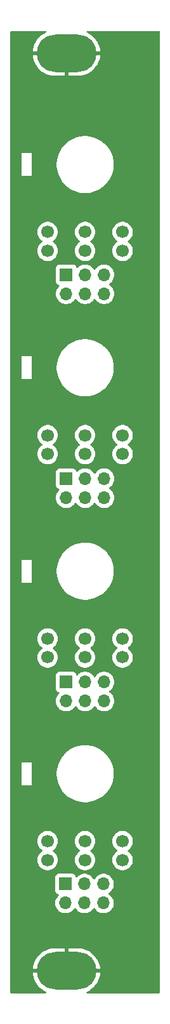
<source format=gbr>
G04 #@! TF.GenerationSoftware,KiCad,Pcbnew,8.0.8*
G04 #@! TF.CreationDate,2025-08-03T15:09:01-07:00*
G04 #@! TF.ProjectId,sidecar,73696465-6361-4722-9e6b-696361645f70,0.1*
G04 #@! TF.SameCoordinates,Original*
G04 #@! TF.FileFunction,Copper,L1,Top*
G04 #@! TF.FilePolarity,Positive*
%FSLAX46Y46*%
G04 Gerber Fmt 4.6, Leading zero omitted, Abs format (unit mm)*
G04 Created by KiCad (PCBNEW 8.0.8) date 2025-08-03 15:09:01*
%MOMM*%
%LPD*%
G01*
G04 APERTURE LIST*
G04 #@! TA.AperFunction,ComponentPad*
%ADD10O,8.000000X5.000000*%
G04 #@! TD*
G04 #@! TA.AperFunction,ComponentPad*
%ADD11C,1.700000*%
G04 #@! TD*
G04 #@! TA.AperFunction,ComponentPad*
%ADD12R,1.700000X1.700000*%
G04 #@! TD*
G04 #@! TA.AperFunction,ComponentPad*
%ADD13O,1.700000X1.700000*%
G04 #@! TD*
G04 APERTURE END LIST*
D10*
X47500000Y-33750000D03*
X47500000Y-156150000D03*
D11*
X45000000Y-60100000D03*
X50000000Y-60100000D03*
X55000000Y-60100000D03*
X45000000Y-57600000D03*
X50000000Y-57600000D03*
X55000000Y-57600000D03*
D12*
X47460000Y-117610000D03*
D13*
X47460000Y-120150000D03*
X50000000Y-117610000D03*
X50000000Y-120150000D03*
X52540000Y-117610000D03*
X52540000Y-120150000D03*
D12*
X47380000Y-144550000D03*
D13*
X47380000Y-147090000D03*
X49920000Y-144550000D03*
X49920000Y-147090000D03*
X52460000Y-144550000D03*
X52460000Y-147090000D03*
D11*
X45000000Y-87200000D03*
X50000000Y-87200000D03*
X55000000Y-87200000D03*
X45000000Y-84700000D03*
X50000000Y-84700000D03*
X55000000Y-84700000D03*
D12*
X47460000Y-90490000D03*
D13*
X47460000Y-93030000D03*
X50000000Y-90490000D03*
X50000000Y-93030000D03*
X52540000Y-90490000D03*
X52540000Y-93030000D03*
D12*
X47460000Y-63300000D03*
D13*
X47460000Y-65840000D03*
X50000000Y-63300000D03*
X50000000Y-65840000D03*
X52540000Y-63300000D03*
X52540000Y-65840000D03*
D11*
X45000000Y-141350000D03*
X50000000Y-141350000D03*
X55000000Y-141350000D03*
X45000000Y-138850000D03*
X50000000Y-138850000D03*
X55000000Y-138850000D03*
X45000000Y-114330000D03*
X50000000Y-114330000D03*
X55000000Y-114330000D03*
X45000000Y-111830000D03*
X50000000Y-111830000D03*
X55000000Y-111830000D03*
G04 #@! TA.AperFunction,Conductor*
G36*
X44759958Y-30795502D02*
G01*
X44806451Y-30849158D01*
X44816555Y-30919432D01*
X44787061Y-30984012D01*
X44746506Y-31015022D01*
X44542677Y-31113180D01*
X44256613Y-31292927D01*
X43992467Y-31503576D01*
X43753576Y-31742467D01*
X43542927Y-32006613D01*
X43363180Y-32292677D01*
X43216595Y-32597064D01*
X43216584Y-32597091D01*
X43105007Y-32915960D01*
X43029827Y-33245344D01*
X43001586Y-33496000D01*
X44520285Y-33496000D01*
X44500000Y-33624077D01*
X44500000Y-33875923D01*
X44520285Y-34004000D01*
X43001586Y-34004000D01*
X43029827Y-34254655D01*
X43105008Y-34584039D01*
X43105007Y-34584039D01*
X43216584Y-34902908D01*
X43216595Y-34902935D01*
X43363180Y-35207322D01*
X43542927Y-35493386D01*
X43753576Y-35757532D01*
X43992467Y-35996423D01*
X44256613Y-36207072D01*
X44542677Y-36386819D01*
X44847064Y-36533404D01*
X44847091Y-36533415D01*
X45165960Y-36644992D01*
X45495342Y-36720172D01*
X45831073Y-36758000D01*
X47246000Y-36758000D01*
X47246000Y-35350000D01*
X47754000Y-35350000D01*
X47754000Y-36758000D01*
X49168927Y-36758000D01*
X49504657Y-36720172D01*
X49834039Y-36644992D01*
X50152908Y-36533415D01*
X50152935Y-36533404D01*
X50457322Y-36386819D01*
X50743386Y-36207072D01*
X51007532Y-35996423D01*
X51246423Y-35757532D01*
X51457072Y-35493386D01*
X51636819Y-35207322D01*
X51783404Y-34902935D01*
X51783415Y-34902908D01*
X51894992Y-34584039D01*
X51970172Y-34254655D01*
X51998414Y-34004000D01*
X50479715Y-34004000D01*
X50500000Y-33875923D01*
X50500000Y-33624077D01*
X50479715Y-33496000D01*
X51998414Y-33496000D01*
X51970172Y-33245344D01*
X51894991Y-32915960D01*
X51894992Y-32915960D01*
X51783415Y-32597091D01*
X51783404Y-32597064D01*
X51636819Y-32292677D01*
X51457072Y-32006613D01*
X51246423Y-31742467D01*
X51007532Y-31503576D01*
X50743386Y-31292927D01*
X50457322Y-31113180D01*
X50253494Y-31015022D01*
X50200797Y-30967444D01*
X50182189Y-30898930D01*
X50203577Y-30831231D01*
X50258170Y-30785842D01*
X50308163Y-30775500D01*
X59848500Y-30775500D01*
X59916621Y-30795502D01*
X59963114Y-30849158D01*
X59974500Y-30901500D01*
X59974500Y-158998500D01*
X59954498Y-159066621D01*
X59900842Y-159113114D01*
X59848500Y-159124500D01*
X50308163Y-159124500D01*
X50240042Y-159104498D01*
X50193549Y-159050842D01*
X50183445Y-158980568D01*
X50212939Y-158915988D01*
X50253494Y-158884978D01*
X50457322Y-158786819D01*
X50743386Y-158607072D01*
X51007532Y-158396423D01*
X51246423Y-158157532D01*
X51457072Y-157893386D01*
X51636819Y-157607322D01*
X51783404Y-157302935D01*
X51783415Y-157302908D01*
X51894992Y-156984039D01*
X51970172Y-156654655D01*
X51998414Y-156404000D01*
X50479715Y-156404000D01*
X50500000Y-156275923D01*
X50500000Y-156024077D01*
X50479715Y-155896000D01*
X51998414Y-155896000D01*
X51970172Y-155645344D01*
X51894991Y-155315960D01*
X51894992Y-155315960D01*
X51783415Y-154997091D01*
X51783404Y-154997064D01*
X51636819Y-154692677D01*
X51457072Y-154406613D01*
X51246423Y-154142467D01*
X51007532Y-153903576D01*
X50743386Y-153692927D01*
X50457322Y-153513180D01*
X50152935Y-153366595D01*
X50152908Y-153366584D01*
X49834039Y-153255007D01*
X49504657Y-153179827D01*
X49168927Y-153142000D01*
X47754000Y-153142000D01*
X47754000Y-154550000D01*
X47246000Y-154550000D01*
X47246000Y-153142000D01*
X45831073Y-153142000D01*
X45495342Y-153179827D01*
X45165960Y-153255007D01*
X44847091Y-153366584D01*
X44847064Y-153366595D01*
X44542677Y-153513180D01*
X44256613Y-153692927D01*
X43992467Y-153903576D01*
X43753576Y-154142467D01*
X43542927Y-154406613D01*
X43363180Y-154692677D01*
X43216595Y-154997064D01*
X43216584Y-154997091D01*
X43105007Y-155315960D01*
X43029827Y-155645344D01*
X43001586Y-155896000D01*
X44520285Y-155896000D01*
X44500000Y-156024077D01*
X44500000Y-156275923D01*
X44520285Y-156404000D01*
X43001586Y-156404000D01*
X43029827Y-156654655D01*
X43105008Y-156984039D01*
X43105007Y-156984039D01*
X43216584Y-157302908D01*
X43216595Y-157302935D01*
X43363180Y-157607322D01*
X43542927Y-157893386D01*
X43753576Y-158157532D01*
X43992467Y-158396423D01*
X44256613Y-158607072D01*
X44542677Y-158786819D01*
X44746506Y-158884978D01*
X44799203Y-158932556D01*
X44817811Y-159001070D01*
X44796423Y-159068769D01*
X44741830Y-159114158D01*
X44691837Y-159124500D01*
X40151500Y-159124500D01*
X40083379Y-159104498D01*
X40036886Y-159050842D01*
X40025500Y-158998500D01*
X40025500Y-147090000D01*
X46016844Y-147090000D01*
X46035437Y-147314375D01*
X46090702Y-147532612D01*
X46090703Y-147532613D01*
X46181141Y-147738793D01*
X46304275Y-147927265D01*
X46304279Y-147927270D01*
X46456762Y-148092908D01*
X46511331Y-148135381D01*
X46634424Y-148231189D01*
X46832426Y-148338342D01*
X46832427Y-148338342D01*
X46832428Y-148338343D01*
X46944227Y-148376723D01*
X47045365Y-148411444D01*
X47267431Y-148448500D01*
X47267435Y-148448500D01*
X47492565Y-148448500D01*
X47492569Y-148448500D01*
X47714635Y-148411444D01*
X47927574Y-148338342D01*
X48125576Y-148231189D01*
X48303240Y-148092906D01*
X48455722Y-147927268D01*
X48544518Y-147791354D01*
X48598520Y-147745268D01*
X48668868Y-147735692D01*
X48733225Y-147765669D01*
X48755480Y-147791353D01*
X48788607Y-147842058D01*
X48844275Y-147927265D01*
X48844279Y-147927270D01*
X48996762Y-148092908D01*
X49051331Y-148135381D01*
X49174424Y-148231189D01*
X49372426Y-148338342D01*
X49372427Y-148338342D01*
X49372428Y-148338343D01*
X49484227Y-148376723D01*
X49585365Y-148411444D01*
X49807431Y-148448500D01*
X49807435Y-148448500D01*
X50032565Y-148448500D01*
X50032569Y-148448500D01*
X50254635Y-148411444D01*
X50467574Y-148338342D01*
X50665576Y-148231189D01*
X50843240Y-148092906D01*
X50995722Y-147927268D01*
X51084518Y-147791354D01*
X51138520Y-147745268D01*
X51208868Y-147735692D01*
X51273225Y-147765669D01*
X51295480Y-147791353D01*
X51328607Y-147842058D01*
X51384275Y-147927265D01*
X51384279Y-147927270D01*
X51536762Y-148092908D01*
X51591331Y-148135381D01*
X51714424Y-148231189D01*
X51912426Y-148338342D01*
X51912427Y-148338342D01*
X51912428Y-148338343D01*
X52024227Y-148376723D01*
X52125365Y-148411444D01*
X52347431Y-148448500D01*
X52347435Y-148448500D01*
X52572565Y-148448500D01*
X52572569Y-148448500D01*
X52794635Y-148411444D01*
X53007574Y-148338342D01*
X53205576Y-148231189D01*
X53383240Y-148092906D01*
X53535722Y-147927268D01*
X53658860Y-147738791D01*
X53749296Y-147532616D01*
X53804564Y-147314368D01*
X53823156Y-147090000D01*
X53804564Y-146865632D01*
X53749296Y-146647384D01*
X53658860Y-146441209D01*
X53652140Y-146430924D01*
X53535724Y-146252734D01*
X53535720Y-146252729D01*
X53383237Y-146087091D01*
X53275007Y-146002852D01*
X53205576Y-145948811D01*
X53172319Y-145930813D01*
X53121929Y-145880802D01*
X53106576Y-145811485D01*
X53131136Y-145744872D01*
X53172320Y-145709186D01*
X53205576Y-145691189D01*
X53383240Y-145552906D01*
X53535722Y-145387268D01*
X53658860Y-145198791D01*
X53749296Y-144992616D01*
X53804564Y-144774368D01*
X53823156Y-144550000D01*
X53804564Y-144325632D01*
X53749296Y-144107384D01*
X53658860Y-143901209D01*
X53641500Y-143874637D01*
X53535724Y-143712734D01*
X53535720Y-143712729D01*
X53383237Y-143547091D01*
X53263367Y-143453792D01*
X53205576Y-143408811D01*
X53007574Y-143301658D01*
X53007572Y-143301657D01*
X53007571Y-143301656D01*
X52794639Y-143228557D01*
X52794630Y-143228555D01*
X52750476Y-143221187D01*
X52572569Y-143191500D01*
X52347431Y-143191500D01*
X52199211Y-143216233D01*
X52125369Y-143228555D01*
X52125360Y-143228557D01*
X51912428Y-143301656D01*
X51912426Y-143301658D01*
X51714426Y-143408810D01*
X51714424Y-143408811D01*
X51536762Y-143547091D01*
X51384279Y-143712729D01*
X51295483Y-143848643D01*
X51241479Y-143894731D01*
X51171131Y-143904306D01*
X51106774Y-143874329D01*
X51084517Y-143848643D01*
X50995720Y-143712729D01*
X50843237Y-143547091D01*
X50723367Y-143453792D01*
X50665576Y-143408811D01*
X50467574Y-143301658D01*
X50467572Y-143301657D01*
X50467571Y-143301656D01*
X50254639Y-143228557D01*
X50254630Y-143228555D01*
X50210476Y-143221187D01*
X50032569Y-143191500D01*
X49807431Y-143191500D01*
X49659211Y-143216233D01*
X49585369Y-143228555D01*
X49585360Y-143228557D01*
X49372428Y-143301656D01*
X49372426Y-143301658D01*
X49174426Y-143408810D01*
X49174424Y-143408811D01*
X48996762Y-143547091D01*
X48935754Y-143613363D01*
X48874901Y-143649933D01*
X48803936Y-143647798D01*
X48745391Y-143607636D01*
X48724999Y-143572057D01*
X48680889Y-143453797D01*
X48680887Y-143453792D01*
X48593261Y-143336738D01*
X48476207Y-143249112D01*
X48476202Y-143249110D01*
X48339204Y-143198011D01*
X48339196Y-143198009D01*
X48278649Y-143191500D01*
X48278638Y-143191500D01*
X46481362Y-143191500D01*
X46481350Y-143191500D01*
X46420803Y-143198009D01*
X46420795Y-143198011D01*
X46283797Y-143249110D01*
X46283792Y-143249112D01*
X46166738Y-143336738D01*
X46079112Y-143453792D01*
X46079110Y-143453797D01*
X46028011Y-143590795D01*
X46028009Y-143590803D01*
X46021500Y-143651350D01*
X46021500Y-145448649D01*
X46028009Y-145509196D01*
X46028011Y-145509204D01*
X46079110Y-145646202D01*
X46079112Y-145646207D01*
X46166738Y-145763261D01*
X46283791Y-145850886D01*
X46283792Y-145850886D01*
X46283796Y-145850889D01*
X46398810Y-145893787D01*
X46455642Y-145936332D01*
X46480453Y-146002852D01*
X46465362Y-146072226D01*
X46447475Y-146097179D01*
X46304280Y-146252729D01*
X46304275Y-146252734D01*
X46181141Y-146441206D01*
X46090703Y-146647386D01*
X46090702Y-146647387D01*
X46035437Y-146865624D01*
X46016844Y-147090000D01*
X40025500Y-147090000D01*
X40025500Y-138850000D01*
X43636844Y-138850000D01*
X43655437Y-139074375D01*
X43710702Y-139292612D01*
X43710703Y-139292613D01*
X43801141Y-139498793D01*
X43924275Y-139687265D01*
X43924279Y-139687270D01*
X44076762Y-139852908D01*
X44131331Y-139895381D01*
X44254424Y-139991189D01*
X44254432Y-139991193D01*
X44258787Y-139994039D01*
X44257540Y-139995947D01*
X44301122Y-140039213D01*
X44316465Y-140108532D01*
X44291896Y-140175142D01*
X44257898Y-140204600D01*
X44258787Y-140205961D01*
X44254424Y-140208811D01*
X44076762Y-140347091D01*
X43924279Y-140512729D01*
X43924275Y-140512734D01*
X43801141Y-140701206D01*
X43710703Y-140907386D01*
X43710702Y-140907387D01*
X43655437Y-141125624D01*
X43636844Y-141350000D01*
X43655437Y-141574375D01*
X43710702Y-141792612D01*
X43710703Y-141792613D01*
X43801141Y-141998793D01*
X43924275Y-142187265D01*
X43924279Y-142187270D01*
X44076762Y-142352908D01*
X44131331Y-142395381D01*
X44254424Y-142491189D01*
X44452426Y-142598342D01*
X44452427Y-142598342D01*
X44452428Y-142598343D01*
X44564227Y-142636723D01*
X44665365Y-142671444D01*
X44887431Y-142708500D01*
X44887435Y-142708500D01*
X45112565Y-142708500D01*
X45112569Y-142708500D01*
X45334635Y-142671444D01*
X45547574Y-142598342D01*
X45745576Y-142491189D01*
X45923240Y-142352906D01*
X46075722Y-142187268D01*
X46198860Y-141998791D01*
X46289296Y-141792616D01*
X46344564Y-141574368D01*
X46363156Y-141350000D01*
X46344564Y-141125632D01*
X46289296Y-140907384D01*
X46198860Y-140701209D01*
X46192140Y-140690924D01*
X46075724Y-140512734D01*
X46075720Y-140512729D01*
X45923237Y-140347091D01*
X45841382Y-140283381D01*
X45745576Y-140208811D01*
X45745570Y-140208807D01*
X45741213Y-140205961D01*
X45742466Y-140204043D01*
X45698906Y-140160839D01*
X45683530Y-140091527D01*
X45708068Y-140024906D01*
X45742108Y-139995409D01*
X45741213Y-139994039D01*
X45745561Y-139991196D01*
X45745576Y-139991189D01*
X45923240Y-139852906D01*
X46075722Y-139687268D01*
X46198860Y-139498791D01*
X46289296Y-139292616D01*
X46344564Y-139074368D01*
X46363156Y-138850000D01*
X48636844Y-138850000D01*
X48655437Y-139074375D01*
X48710702Y-139292612D01*
X48710703Y-139292613D01*
X48801141Y-139498793D01*
X48924275Y-139687265D01*
X48924279Y-139687270D01*
X49076762Y-139852908D01*
X49131331Y-139895381D01*
X49254424Y-139991189D01*
X49254432Y-139991193D01*
X49258787Y-139994039D01*
X49257540Y-139995947D01*
X49301122Y-140039213D01*
X49316465Y-140108532D01*
X49291896Y-140175142D01*
X49257898Y-140204600D01*
X49258787Y-140205961D01*
X49254424Y-140208811D01*
X49076762Y-140347091D01*
X48924279Y-140512729D01*
X48924275Y-140512734D01*
X48801141Y-140701206D01*
X48710703Y-140907386D01*
X48710702Y-140907387D01*
X48655437Y-141125624D01*
X48636844Y-141350000D01*
X48655437Y-141574375D01*
X48710702Y-141792612D01*
X48710703Y-141792613D01*
X48801141Y-141998793D01*
X48924275Y-142187265D01*
X48924279Y-142187270D01*
X49076762Y-142352908D01*
X49131331Y-142395381D01*
X49254424Y-142491189D01*
X49452426Y-142598342D01*
X49452427Y-142598342D01*
X49452428Y-142598343D01*
X49564227Y-142636723D01*
X49665365Y-142671444D01*
X49887431Y-142708500D01*
X49887435Y-142708500D01*
X50112565Y-142708500D01*
X50112569Y-142708500D01*
X50334635Y-142671444D01*
X50547574Y-142598342D01*
X50745576Y-142491189D01*
X50923240Y-142352906D01*
X51075722Y-142187268D01*
X51198860Y-141998791D01*
X51289296Y-141792616D01*
X51344564Y-141574368D01*
X51363156Y-141350000D01*
X51344564Y-141125632D01*
X51289296Y-140907384D01*
X51198860Y-140701209D01*
X51192140Y-140690924D01*
X51075724Y-140512734D01*
X51075720Y-140512729D01*
X50923237Y-140347091D01*
X50841382Y-140283381D01*
X50745576Y-140208811D01*
X50745570Y-140208807D01*
X50741213Y-140205961D01*
X50742466Y-140204043D01*
X50698906Y-140160839D01*
X50683530Y-140091527D01*
X50708068Y-140024906D01*
X50742108Y-139995409D01*
X50741213Y-139994039D01*
X50745561Y-139991196D01*
X50745576Y-139991189D01*
X50923240Y-139852906D01*
X51075722Y-139687268D01*
X51198860Y-139498791D01*
X51289296Y-139292616D01*
X51344564Y-139074368D01*
X51363156Y-138850000D01*
X53636844Y-138850000D01*
X53655437Y-139074375D01*
X53710702Y-139292612D01*
X53710703Y-139292613D01*
X53801141Y-139498793D01*
X53924275Y-139687265D01*
X53924279Y-139687270D01*
X54076762Y-139852908D01*
X54131331Y-139895381D01*
X54254424Y-139991189D01*
X54254432Y-139991193D01*
X54258787Y-139994039D01*
X54257540Y-139995947D01*
X54301122Y-140039213D01*
X54316465Y-140108532D01*
X54291896Y-140175142D01*
X54257898Y-140204600D01*
X54258787Y-140205961D01*
X54254424Y-140208811D01*
X54076762Y-140347091D01*
X53924279Y-140512729D01*
X53924275Y-140512734D01*
X53801141Y-140701206D01*
X53710703Y-140907386D01*
X53710702Y-140907387D01*
X53655437Y-141125624D01*
X53636844Y-141350000D01*
X53655437Y-141574375D01*
X53710702Y-141792612D01*
X53710703Y-141792613D01*
X53801141Y-141998793D01*
X53924275Y-142187265D01*
X53924279Y-142187270D01*
X54076762Y-142352908D01*
X54131331Y-142395381D01*
X54254424Y-142491189D01*
X54452426Y-142598342D01*
X54452427Y-142598342D01*
X54452428Y-142598343D01*
X54564227Y-142636723D01*
X54665365Y-142671444D01*
X54887431Y-142708500D01*
X54887435Y-142708500D01*
X55112565Y-142708500D01*
X55112569Y-142708500D01*
X55334635Y-142671444D01*
X55547574Y-142598342D01*
X55745576Y-142491189D01*
X55923240Y-142352906D01*
X56075722Y-142187268D01*
X56198860Y-141998791D01*
X56289296Y-141792616D01*
X56344564Y-141574368D01*
X56363156Y-141350000D01*
X56344564Y-141125632D01*
X56289296Y-140907384D01*
X56198860Y-140701209D01*
X56192140Y-140690924D01*
X56075724Y-140512734D01*
X56075720Y-140512729D01*
X55923237Y-140347091D01*
X55841382Y-140283381D01*
X55745576Y-140208811D01*
X55745570Y-140208807D01*
X55741213Y-140205961D01*
X55742466Y-140204043D01*
X55698906Y-140160839D01*
X55683530Y-140091527D01*
X55708068Y-140024906D01*
X55742108Y-139995409D01*
X55741213Y-139994039D01*
X55745561Y-139991196D01*
X55745576Y-139991189D01*
X55923240Y-139852906D01*
X56075722Y-139687268D01*
X56198860Y-139498791D01*
X56289296Y-139292616D01*
X56344564Y-139074368D01*
X56363156Y-138850000D01*
X56344564Y-138625632D01*
X56289296Y-138407384D01*
X56198860Y-138201209D01*
X56192140Y-138190924D01*
X56075724Y-138012734D01*
X56075720Y-138012729D01*
X55923237Y-137847091D01*
X55841382Y-137783381D01*
X55745576Y-137708811D01*
X55547574Y-137601658D01*
X55547572Y-137601657D01*
X55547571Y-137601656D01*
X55334639Y-137528557D01*
X55334630Y-137528555D01*
X55290476Y-137521187D01*
X55112569Y-137491500D01*
X54887431Y-137491500D01*
X54739211Y-137516233D01*
X54665369Y-137528555D01*
X54665360Y-137528557D01*
X54452428Y-137601656D01*
X54452426Y-137601658D01*
X54254426Y-137708810D01*
X54254424Y-137708811D01*
X54076762Y-137847091D01*
X53924279Y-138012729D01*
X53924275Y-138012734D01*
X53801141Y-138201206D01*
X53710703Y-138407386D01*
X53710702Y-138407387D01*
X53655437Y-138625624D01*
X53636844Y-138850000D01*
X51363156Y-138850000D01*
X51344564Y-138625632D01*
X51289296Y-138407384D01*
X51198860Y-138201209D01*
X51192140Y-138190924D01*
X51075724Y-138012734D01*
X51075720Y-138012729D01*
X50923237Y-137847091D01*
X50841382Y-137783381D01*
X50745576Y-137708811D01*
X50547574Y-137601658D01*
X50547572Y-137601657D01*
X50547571Y-137601656D01*
X50334639Y-137528557D01*
X50334630Y-137528555D01*
X50290476Y-137521187D01*
X50112569Y-137491500D01*
X49887431Y-137491500D01*
X49739211Y-137516233D01*
X49665369Y-137528555D01*
X49665360Y-137528557D01*
X49452428Y-137601656D01*
X49452426Y-137601658D01*
X49254426Y-137708810D01*
X49254424Y-137708811D01*
X49076762Y-137847091D01*
X48924279Y-138012729D01*
X48924275Y-138012734D01*
X48801141Y-138201206D01*
X48710703Y-138407386D01*
X48710702Y-138407387D01*
X48655437Y-138625624D01*
X48636844Y-138850000D01*
X46363156Y-138850000D01*
X46344564Y-138625632D01*
X46289296Y-138407384D01*
X46198860Y-138201209D01*
X46192140Y-138190924D01*
X46075724Y-138012734D01*
X46075720Y-138012729D01*
X45923237Y-137847091D01*
X45841382Y-137783381D01*
X45745576Y-137708811D01*
X45547574Y-137601658D01*
X45547572Y-137601657D01*
X45547571Y-137601656D01*
X45334639Y-137528557D01*
X45334630Y-137528555D01*
X45290476Y-137521187D01*
X45112569Y-137491500D01*
X44887431Y-137491500D01*
X44739211Y-137516233D01*
X44665369Y-137528555D01*
X44665360Y-137528557D01*
X44452428Y-137601656D01*
X44452426Y-137601658D01*
X44254426Y-137708810D01*
X44254424Y-137708811D01*
X44076762Y-137847091D01*
X43924279Y-138012729D01*
X43924275Y-138012734D01*
X43801141Y-138201206D01*
X43710703Y-138407386D01*
X43710702Y-138407387D01*
X43655437Y-138625624D01*
X43636844Y-138850000D01*
X40025500Y-138850000D01*
X40025500Y-128339436D01*
X41474500Y-128339436D01*
X41474500Y-131360563D01*
X41489436Y-131375499D01*
X41489438Y-131375500D01*
X42810562Y-131375500D01*
X42825500Y-131360562D01*
X42825500Y-129663286D01*
X46199500Y-129663286D01*
X46199500Y-130036713D01*
X46236099Y-130408306D01*
X46236101Y-130408322D01*
X46308951Y-130774560D01*
X46417347Y-131131894D01*
X46417348Y-131131898D01*
X46560246Y-131476883D01*
X46736272Y-131806206D01*
X46943729Y-132116686D01*
X47172953Y-132395996D01*
X47180619Y-132405338D01*
X47180626Y-132405345D01*
X47180635Y-132405355D01*
X47444644Y-132669364D01*
X47444653Y-132669372D01*
X47444662Y-132669381D01*
X47444672Y-132669389D01*
X47733313Y-132906270D01*
X48043793Y-133113727D01*
X48043796Y-133113729D01*
X48373117Y-133289754D01*
X48718106Y-133432653D01*
X49075440Y-133541049D01*
X49441678Y-133613899D01*
X49813293Y-133650500D01*
X49813302Y-133650500D01*
X50186698Y-133650500D01*
X50186707Y-133650500D01*
X50558322Y-133613899D01*
X50924560Y-133541049D01*
X51281894Y-133432653D01*
X51626883Y-133289754D01*
X51956204Y-133113729D01*
X52266685Y-132906271D01*
X52555338Y-132669381D01*
X52819381Y-132405338D01*
X53056271Y-132116685D01*
X53263729Y-131806204D01*
X53439754Y-131476883D01*
X53582653Y-131131894D01*
X53691049Y-130774560D01*
X53763899Y-130408322D01*
X53800500Y-130036707D01*
X53800500Y-129663293D01*
X53763899Y-129291678D01*
X53691049Y-128925440D01*
X53582653Y-128568106D01*
X53439754Y-128223117D01*
X53263729Y-127893796D01*
X53056271Y-127583315D01*
X53056270Y-127583313D01*
X52819389Y-127294672D01*
X52819381Y-127294662D01*
X52819372Y-127294653D01*
X52819364Y-127294644D01*
X52555355Y-127030635D01*
X52555345Y-127030626D01*
X52555338Y-127030619D01*
X52545996Y-127022953D01*
X52266686Y-126793729D01*
X51956206Y-126586272D01*
X51626883Y-126410246D01*
X51281898Y-126267348D01*
X51281894Y-126267347D01*
X50924560Y-126158951D01*
X50680401Y-126110384D01*
X50558323Y-126086101D01*
X50558306Y-126086099D01*
X50186713Y-126049500D01*
X50186707Y-126049500D01*
X49813293Y-126049500D01*
X49813286Y-126049500D01*
X49441693Y-126086099D01*
X49441676Y-126086101D01*
X49197519Y-126134667D01*
X49075440Y-126158951D01*
X48896773Y-126213149D01*
X48718105Y-126267347D01*
X48718101Y-126267348D01*
X48373116Y-126410246D01*
X48043793Y-126586272D01*
X47733313Y-126793729D01*
X47444672Y-127030610D01*
X47444644Y-127030635D01*
X47180635Y-127294644D01*
X47180610Y-127294672D01*
X46943729Y-127583313D01*
X46736272Y-127893793D01*
X46560246Y-128223116D01*
X46417348Y-128568101D01*
X46417347Y-128568105D01*
X46308951Y-128925441D01*
X46236101Y-129291676D01*
X46236099Y-129291693D01*
X46199500Y-129663286D01*
X42825500Y-129663286D01*
X42825500Y-128339438D01*
X42825499Y-128339436D01*
X42810563Y-128324500D01*
X42810562Y-128324500D01*
X41510562Y-128324500D01*
X41489438Y-128324500D01*
X41489436Y-128324500D01*
X41474500Y-128339436D01*
X40025500Y-128339436D01*
X40025500Y-120150000D01*
X46096844Y-120150000D01*
X46115437Y-120374375D01*
X46170702Y-120592612D01*
X46170703Y-120592613D01*
X46261141Y-120798793D01*
X46384275Y-120987265D01*
X46384279Y-120987270D01*
X46536762Y-121152908D01*
X46591331Y-121195381D01*
X46714424Y-121291189D01*
X46912426Y-121398342D01*
X46912427Y-121398342D01*
X46912428Y-121398343D01*
X47024227Y-121436723D01*
X47125365Y-121471444D01*
X47347431Y-121508500D01*
X47347435Y-121508500D01*
X47572565Y-121508500D01*
X47572569Y-121508500D01*
X47794635Y-121471444D01*
X48007574Y-121398342D01*
X48205576Y-121291189D01*
X48383240Y-121152906D01*
X48535722Y-120987268D01*
X48624518Y-120851354D01*
X48678520Y-120805268D01*
X48748868Y-120795692D01*
X48813225Y-120825669D01*
X48835480Y-120851353D01*
X48868607Y-120902058D01*
X48924275Y-120987265D01*
X48924279Y-120987270D01*
X49076762Y-121152908D01*
X49131331Y-121195381D01*
X49254424Y-121291189D01*
X49452426Y-121398342D01*
X49452427Y-121398342D01*
X49452428Y-121398343D01*
X49564227Y-121436723D01*
X49665365Y-121471444D01*
X49887431Y-121508500D01*
X49887435Y-121508500D01*
X50112565Y-121508500D01*
X50112569Y-121508500D01*
X50334635Y-121471444D01*
X50547574Y-121398342D01*
X50745576Y-121291189D01*
X50923240Y-121152906D01*
X51075722Y-120987268D01*
X51164518Y-120851354D01*
X51218520Y-120805268D01*
X51288868Y-120795692D01*
X51353225Y-120825669D01*
X51375480Y-120851353D01*
X51408607Y-120902058D01*
X51464275Y-120987265D01*
X51464279Y-120987270D01*
X51616762Y-121152908D01*
X51671331Y-121195381D01*
X51794424Y-121291189D01*
X51992426Y-121398342D01*
X51992427Y-121398342D01*
X51992428Y-121398343D01*
X52104227Y-121436723D01*
X52205365Y-121471444D01*
X52427431Y-121508500D01*
X52427435Y-121508500D01*
X52652565Y-121508500D01*
X52652569Y-121508500D01*
X52874635Y-121471444D01*
X53087574Y-121398342D01*
X53285576Y-121291189D01*
X53463240Y-121152906D01*
X53615722Y-120987268D01*
X53738860Y-120798791D01*
X53829296Y-120592616D01*
X53884564Y-120374368D01*
X53903156Y-120150000D01*
X53884564Y-119925632D01*
X53829296Y-119707384D01*
X53738860Y-119501209D01*
X53732140Y-119490924D01*
X53615724Y-119312734D01*
X53615720Y-119312729D01*
X53463237Y-119147091D01*
X53355007Y-119062852D01*
X53285576Y-119008811D01*
X53252319Y-118990813D01*
X53201929Y-118940802D01*
X53186576Y-118871485D01*
X53211136Y-118804872D01*
X53252320Y-118769186D01*
X53285576Y-118751189D01*
X53463240Y-118612906D01*
X53615722Y-118447268D01*
X53738860Y-118258791D01*
X53829296Y-118052616D01*
X53884564Y-117834368D01*
X53903156Y-117610000D01*
X53884564Y-117385632D01*
X53829296Y-117167384D01*
X53738860Y-116961209D01*
X53721500Y-116934637D01*
X53615724Y-116772734D01*
X53615720Y-116772729D01*
X53463237Y-116607091D01*
X53343367Y-116513792D01*
X53285576Y-116468811D01*
X53087574Y-116361658D01*
X53087572Y-116361657D01*
X53087571Y-116361656D01*
X52874639Y-116288557D01*
X52874630Y-116288555D01*
X52830476Y-116281187D01*
X52652569Y-116251500D01*
X52427431Y-116251500D01*
X52279211Y-116276233D01*
X52205369Y-116288555D01*
X52205360Y-116288557D01*
X51992428Y-116361656D01*
X51992426Y-116361658D01*
X51794426Y-116468810D01*
X51794424Y-116468811D01*
X51616762Y-116607091D01*
X51464279Y-116772729D01*
X51375483Y-116908643D01*
X51321479Y-116954731D01*
X51251131Y-116964306D01*
X51186774Y-116934329D01*
X51164517Y-116908643D01*
X51075720Y-116772729D01*
X50923237Y-116607091D01*
X50803367Y-116513792D01*
X50745576Y-116468811D01*
X50547574Y-116361658D01*
X50547572Y-116361657D01*
X50547571Y-116361656D01*
X50334639Y-116288557D01*
X50334630Y-116288555D01*
X50290476Y-116281187D01*
X50112569Y-116251500D01*
X49887431Y-116251500D01*
X49739211Y-116276233D01*
X49665369Y-116288555D01*
X49665360Y-116288557D01*
X49452428Y-116361656D01*
X49452426Y-116361658D01*
X49254426Y-116468810D01*
X49254424Y-116468811D01*
X49076762Y-116607091D01*
X49015754Y-116673363D01*
X48954901Y-116709933D01*
X48883936Y-116707798D01*
X48825391Y-116667636D01*
X48804999Y-116632057D01*
X48760889Y-116513797D01*
X48760887Y-116513792D01*
X48673261Y-116396738D01*
X48556207Y-116309112D01*
X48556202Y-116309110D01*
X48419204Y-116258011D01*
X48419196Y-116258009D01*
X48358649Y-116251500D01*
X48358638Y-116251500D01*
X46561362Y-116251500D01*
X46561350Y-116251500D01*
X46500803Y-116258009D01*
X46500795Y-116258011D01*
X46363797Y-116309110D01*
X46363792Y-116309112D01*
X46246738Y-116396738D01*
X46159112Y-116513792D01*
X46159110Y-116513797D01*
X46108011Y-116650795D01*
X46108009Y-116650803D01*
X46101500Y-116711350D01*
X46101500Y-118508649D01*
X46108009Y-118569196D01*
X46108011Y-118569204D01*
X46159110Y-118706202D01*
X46159112Y-118706207D01*
X46246738Y-118823261D01*
X46363791Y-118910886D01*
X46363792Y-118910886D01*
X46363796Y-118910889D01*
X46478810Y-118953787D01*
X46535642Y-118996332D01*
X46560453Y-119062852D01*
X46545362Y-119132226D01*
X46527475Y-119157179D01*
X46384280Y-119312729D01*
X46384275Y-119312734D01*
X46261141Y-119501206D01*
X46170703Y-119707386D01*
X46170702Y-119707387D01*
X46115437Y-119925624D01*
X46096844Y-120150000D01*
X40025500Y-120150000D01*
X40025500Y-111830000D01*
X43636844Y-111830000D01*
X43655437Y-112054375D01*
X43710702Y-112272612D01*
X43710703Y-112272613D01*
X43801141Y-112478793D01*
X43924275Y-112667265D01*
X43924279Y-112667270D01*
X44076762Y-112832908D01*
X44131331Y-112875381D01*
X44254424Y-112971189D01*
X44254432Y-112971193D01*
X44258787Y-112974039D01*
X44257540Y-112975947D01*
X44301122Y-113019213D01*
X44316465Y-113088532D01*
X44291896Y-113155142D01*
X44257898Y-113184600D01*
X44258787Y-113185961D01*
X44254424Y-113188811D01*
X44076762Y-113327091D01*
X43924279Y-113492729D01*
X43924275Y-113492734D01*
X43801141Y-113681206D01*
X43710703Y-113887386D01*
X43710702Y-113887387D01*
X43655437Y-114105624D01*
X43636844Y-114330000D01*
X43655437Y-114554375D01*
X43710702Y-114772612D01*
X43710703Y-114772613D01*
X43801141Y-114978793D01*
X43924275Y-115167265D01*
X43924279Y-115167270D01*
X44076762Y-115332908D01*
X44131331Y-115375381D01*
X44254424Y-115471189D01*
X44452426Y-115578342D01*
X44452427Y-115578342D01*
X44452428Y-115578343D01*
X44564227Y-115616723D01*
X44665365Y-115651444D01*
X44887431Y-115688500D01*
X44887435Y-115688500D01*
X45112565Y-115688500D01*
X45112569Y-115688500D01*
X45334635Y-115651444D01*
X45547574Y-115578342D01*
X45745576Y-115471189D01*
X45923240Y-115332906D01*
X46075722Y-115167268D01*
X46198860Y-114978791D01*
X46289296Y-114772616D01*
X46344564Y-114554368D01*
X46363156Y-114330000D01*
X46344564Y-114105632D01*
X46289296Y-113887384D01*
X46198860Y-113681209D01*
X46192140Y-113670924D01*
X46075724Y-113492734D01*
X46075720Y-113492729D01*
X45923237Y-113327091D01*
X45841382Y-113263381D01*
X45745576Y-113188811D01*
X45745570Y-113188807D01*
X45741213Y-113185961D01*
X45742466Y-113184043D01*
X45698906Y-113140839D01*
X45683530Y-113071527D01*
X45708068Y-113004906D01*
X45742108Y-112975409D01*
X45741213Y-112974039D01*
X45745561Y-112971196D01*
X45745576Y-112971189D01*
X45923240Y-112832906D01*
X46075722Y-112667268D01*
X46198860Y-112478791D01*
X46289296Y-112272616D01*
X46344564Y-112054368D01*
X46363156Y-111830000D01*
X48636844Y-111830000D01*
X48655437Y-112054375D01*
X48710702Y-112272612D01*
X48710703Y-112272613D01*
X48801141Y-112478793D01*
X48924275Y-112667265D01*
X48924279Y-112667270D01*
X49076762Y-112832908D01*
X49131331Y-112875381D01*
X49254424Y-112971189D01*
X49254432Y-112971193D01*
X49258787Y-112974039D01*
X49257540Y-112975947D01*
X49301122Y-113019213D01*
X49316465Y-113088532D01*
X49291896Y-113155142D01*
X49257898Y-113184600D01*
X49258787Y-113185961D01*
X49254424Y-113188811D01*
X49076762Y-113327091D01*
X48924279Y-113492729D01*
X48924275Y-113492734D01*
X48801141Y-113681206D01*
X48710703Y-113887386D01*
X48710702Y-113887387D01*
X48655437Y-114105624D01*
X48636844Y-114330000D01*
X48655437Y-114554375D01*
X48710702Y-114772612D01*
X48710703Y-114772613D01*
X48801141Y-114978793D01*
X48924275Y-115167265D01*
X48924279Y-115167270D01*
X49076762Y-115332908D01*
X49131331Y-115375381D01*
X49254424Y-115471189D01*
X49452426Y-115578342D01*
X49452427Y-115578342D01*
X49452428Y-115578343D01*
X49564227Y-115616723D01*
X49665365Y-115651444D01*
X49887431Y-115688500D01*
X49887435Y-115688500D01*
X50112565Y-115688500D01*
X50112569Y-115688500D01*
X50334635Y-115651444D01*
X50547574Y-115578342D01*
X50745576Y-115471189D01*
X50923240Y-115332906D01*
X51075722Y-115167268D01*
X51198860Y-114978791D01*
X51289296Y-114772616D01*
X51344564Y-114554368D01*
X51363156Y-114330000D01*
X51344564Y-114105632D01*
X51289296Y-113887384D01*
X51198860Y-113681209D01*
X51192140Y-113670924D01*
X51075724Y-113492734D01*
X51075720Y-113492729D01*
X50923237Y-113327091D01*
X50841382Y-113263381D01*
X50745576Y-113188811D01*
X50745570Y-113188807D01*
X50741213Y-113185961D01*
X50742466Y-113184043D01*
X50698906Y-113140839D01*
X50683530Y-113071527D01*
X50708068Y-113004906D01*
X50742108Y-112975409D01*
X50741213Y-112974039D01*
X50745561Y-112971196D01*
X50745576Y-112971189D01*
X50923240Y-112832906D01*
X51075722Y-112667268D01*
X51198860Y-112478791D01*
X51289296Y-112272616D01*
X51344564Y-112054368D01*
X51363156Y-111830000D01*
X53636844Y-111830000D01*
X53655437Y-112054375D01*
X53710702Y-112272612D01*
X53710703Y-112272613D01*
X53801141Y-112478793D01*
X53924275Y-112667265D01*
X53924279Y-112667270D01*
X54076762Y-112832908D01*
X54131331Y-112875381D01*
X54254424Y-112971189D01*
X54254432Y-112971193D01*
X54258787Y-112974039D01*
X54257540Y-112975947D01*
X54301122Y-113019213D01*
X54316465Y-113088532D01*
X54291896Y-113155142D01*
X54257898Y-113184600D01*
X54258787Y-113185961D01*
X54254424Y-113188811D01*
X54076762Y-113327091D01*
X53924279Y-113492729D01*
X53924275Y-113492734D01*
X53801141Y-113681206D01*
X53710703Y-113887386D01*
X53710702Y-113887387D01*
X53655437Y-114105624D01*
X53636844Y-114330000D01*
X53655437Y-114554375D01*
X53710702Y-114772612D01*
X53710703Y-114772613D01*
X53801141Y-114978793D01*
X53924275Y-115167265D01*
X53924279Y-115167270D01*
X54076762Y-115332908D01*
X54131331Y-115375381D01*
X54254424Y-115471189D01*
X54452426Y-115578342D01*
X54452427Y-115578342D01*
X54452428Y-115578343D01*
X54564227Y-115616723D01*
X54665365Y-115651444D01*
X54887431Y-115688500D01*
X54887435Y-115688500D01*
X55112565Y-115688500D01*
X55112569Y-115688500D01*
X55334635Y-115651444D01*
X55547574Y-115578342D01*
X55745576Y-115471189D01*
X55923240Y-115332906D01*
X56075722Y-115167268D01*
X56198860Y-114978791D01*
X56289296Y-114772616D01*
X56344564Y-114554368D01*
X56363156Y-114330000D01*
X56344564Y-114105632D01*
X56289296Y-113887384D01*
X56198860Y-113681209D01*
X56192140Y-113670924D01*
X56075724Y-113492734D01*
X56075720Y-113492729D01*
X55923237Y-113327091D01*
X55841382Y-113263381D01*
X55745576Y-113188811D01*
X55745570Y-113188807D01*
X55741213Y-113185961D01*
X55742466Y-113184043D01*
X55698906Y-113140839D01*
X55683530Y-113071527D01*
X55708068Y-113004906D01*
X55742108Y-112975409D01*
X55741213Y-112974039D01*
X55745561Y-112971196D01*
X55745576Y-112971189D01*
X55923240Y-112832906D01*
X56075722Y-112667268D01*
X56198860Y-112478791D01*
X56289296Y-112272616D01*
X56344564Y-112054368D01*
X56363156Y-111830000D01*
X56344564Y-111605632D01*
X56289296Y-111387384D01*
X56198860Y-111181209D01*
X56192140Y-111170924D01*
X56075724Y-110992734D01*
X56075720Y-110992729D01*
X55923237Y-110827091D01*
X55841382Y-110763381D01*
X55745576Y-110688811D01*
X55547574Y-110581658D01*
X55547572Y-110581657D01*
X55547571Y-110581656D01*
X55334639Y-110508557D01*
X55334630Y-110508555D01*
X55290476Y-110501187D01*
X55112569Y-110471500D01*
X54887431Y-110471500D01*
X54739211Y-110496233D01*
X54665369Y-110508555D01*
X54665360Y-110508557D01*
X54452428Y-110581656D01*
X54452426Y-110581658D01*
X54254426Y-110688810D01*
X54254424Y-110688811D01*
X54076762Y-110827091D01*
X53924279Y-110992729D01*
X53924275Y-110992734D01*
X53801141Y-111181206D01*
X53710703Y-111387386D01*
X53710702Y-111387387D01*
X53655437Y-111605624D01*
X53636844Y-111830000D01*
X51363156Y-111830000D01*
X51344564Y-111605632D01*
X51289296Y-111387384D01*
X51198860Y-111181209D01*
X51192140Y-111170924D01*
X51075724Y-110992734D01*
X51075720Y-110992729D01*
X50923237Y-110827091D01*
X50841382Y-110763381D01*
X50745576Y-110688811D01*
X50547574Y-110581658D01*
X50547572Y-110581657D01*
X50547571Y-110581656D01*
X50334639Y-110508557D01*
X50334630Y-110508555D01*
X50290476Y-110501187D01*
X50112569Y-110471500D01*
X49887431Y-110471500D01*
X49739211Y-110496233D01*
X49665369Y-110508555D01*
X49665360Y-110508557D01*
X49452428Y-110581656D01*
X49452426Y-110581658D01*
X49254426Y-110688810D01*
X49254424Y-110688811D01*
X49076762Y-110827091D01*
X48924279Y-110992729D01*
X48924275Y-110992734D01*
X48801141Y-111181206D01*
X48710703Y-111387386D01*
X48710702Y-111387387D01*
X48655437Y-111605624D01*
X48636844Y-111830000D01*
X46363156Y-111830000D01*
X46344564Y-111605632D01*
X46289296Y-111387384D01*
X46198860Y-111181209D01*
X46192140Y-111170924D01*
X46075724Y-110992734D01*
X46075720Y-110992729D01*
X45923237Y-110827091D01*
X45841382Y-110763381D01*
X45745576Y-110688811D01*
X45547574Y-110581658D01*
X45547572Y-110581657D01*
X45547571Y-110581656D01*
X45334639Y-110508557D01*
X45334630Y-110508555D01*
X45290476Y-110501187D01*
X45112569Y-110471500D01*
X44887431Y-110471500D01*
X44739211Y-110496233D01*
X44665369Y-110508555D01*
X44665360Y-110508557D01*
X44452428Y-110581656D01*
X44452426Y-110581658D01*
X44254426Y-110688810D01*
X44254424Y-110688811D01*
X44076762Y-110827091D01*
X43924279Y-110992729D01*
X43924275Y-110992734D01*
X43801141Y-111181206D01*
X43710703Y-111387386D01*
X43710702Y-111387387D01*
X43655437Y-111605624D01*
X43636844Y-111830000D01*
X40025500Y-111830000D01*
X40025500Y-101319436D01*
X41474500Y-101319436D01*
X41474500Y-104340563D01*
X41489436Y-104355499D01*
X41489438Y-104355500D01*
X42810562Y-104355500D01*
X42825500Y-104340562D01*
X42825500Y-102643286D01*
X46199500Y-102643286D01*
X46199500Y-103016713D01*
X46236099Y-103388306D01*
X46236101Y-103388322D01*
X46308951Y-103754560D01*
X46417347Y-104111894D01*
X46417348Y-104111898D01*
X46560246Y-104456883D01*
X46736272Y-104786206D01*
X46943729Y-105096686D01*
X47172953Y-105375996D01*
X47180619Y-105385338D01*
X47180626Y-105385345D01*
X47180635Y-105385355D01*
X47444644Y-105649364D01*
X47444653Y-105649372D01*
X47444662Y-105649381D01*
X47444672Y-105649389D01*
X47733313Y-105886270D01*
X48043793Y-106093727D01*
X48043796Y-106093729D01*
X48373117Y-106269754D01*
X48718106Y-106412653D01*
X49075440Y-106521049D01*
X49441678Y-106593899D01*
X49813293Y-106630500D01*
X49813302Y-106630500D01*
X50186698Y-106630500D01*
X50186707Y-106630500D01*
X50558322Y-106593899D01*
X50924560Y-106521049D01*
X51281894Y-106412653D01*
X51626883Y-106269754D01*
X51956204Y-106093729D01*
X52266685Y-105886271D01*
X52555338Y-105649381D01*
X52819381Y-105385338D01*
X53056271Y-105096685D01*
X53263729Y-104786204D01*
X53439754Y-104456883D01*
X53582653Y-104111894D01*
X53691049Y-103754560D01*
X53763899Y-103388322D01*
X53800500Y-103016707D01*
X53800500Y-102643293D01*
X53763899Y-102271678D01*
X53691049Y-101905440D01*
X53582653Y-101548106D01*
X53439754Y-101203117D01*
X53263729Y-100873796D01*
X53056271Y-100563315D01*
X53056270Y-100563313D01*
X52819389Y-100274672D01*
X52819381Y-100274662D01*
X52819372Y-100274653D01*
X52819364Y-100274644D01*
X52555355Y-100010635D01*
X52555345Y-100010626D01*
X52555338Y-100010619D01*
X52545996Y-100002953D01*
X52266686Y-99773729D01*
X51956206Y-99566272D01*
X51626883Y-99390246D01*
X51281898Y-99247348D01*
X51281894Y-99247347D01*
X50924560Y-99138951D01*
X50680401Y-99090384D01*
X50558323Y-99066101D01*
X50558306Y-99066099D01*
X50186713Y-99029500D01*
X50186707Y-99029500D01*
X49813293Y-99029500D01*
X49813286Y-99029500D01*
X49441693Y-99066099D01*
X49441676Y-99066101D01*
X49197519Y-99114667D01*
X49075440Y-99138951D01*
X48896773Y-99193149D01*
X48718105Y-99247347D01*
X48718101Y-99247348D01*
X48373116Y-99390246D01*
X48043793Y-99566272D01*
X47733313Y-99773729D01*
X47444672Y-100010610D01*
X47444644Y-100010635D01*
X47180635Y-100274644D01*
X47180610Y-100274672D01*
X46943729Y-100563313D01*
X46736272Y-100873793D01*
X46560246Y-101203116D01*
X46417348Y-101548101D01*
X46417347Y-101548105D01*
X46308951Y-101905441D01*
X46236101Y-102271676D01*
X46236099Y-102271693D01*
X46199500Y-102643286D01*
X42825500Y-102643286D01*
X42825500Y-101319438D01*
X42825499Y-101319436D01*
X42810563Y-101304500D01*
X42810562Y-101304500D01*
X41510562Y-101304500D01*
X41489438Y-101304500D01*
X41489436Y-101304500D01*
X41474500Y-101319436D01*
X40025500Y-101319436D01*
X40025500Y-93030000D01*
X46096844Y-93030000D01*
X46115437Y-93254375D01*
X46170702Y-93472612D01*
X46170703Y-93472613D01*
X46261141Y-93678793D01*
X46384275Y-93867265D01*
X46384279Y-93867270D01*
X46536762Y-94032908D01*
X46591331Y-94075381D01*
X46714424Y-94171189D01*
X46912426Y-94278342D01*
X46912427Y-94278342D01*
X46912428Y-94278343D01*
X47024227Y-94316723D01*
X47125365Y-94351444D01*
X47347431Y-94388500D01*
X47347435Y-94388500D01*
X47572565Y-94388500D01*
X47572569Y-94388500D01*
X47794635Y-94351444D01*
X48007574Y-94278342D01*
X48205576Y-94171189D01*
X48383240Y-94032906D01*
X48535722Y-93867268D01*
X48624518Y-93731354D01*
X48678520Y-93685268D01*
X48748868Y-93675692D01*
X48813225Y-93705669D01*
X48835480Y-93731353D01*
X48868607Y-93782058D01*
X48924275Y-93867265D01*
X48924279Y-93867270D01*
X49076762Y-94032908D01*
X49131331Y-94075381D01*
X49254424Y-94171189D01*
X49452426Y-94278342D01*
X49452427Y-94278342D01*
X49452428Y-94278343D01*
X49564227Y-94316723D01*
X49665365Y-94351444D01*
X49887431Y-94388500D01*
X49887435Y-94388500D01*
X50112565Y-94388500D01*
X50112569Y-94388500D01*
X50334635Y-94351444D01*
X50547574Y-94278342D01*
X50745576Y-94171189D01*
X50923240Y-94032906D01*
X51075722Y-93867268D01*
X51164518Y-93731354D01*
X51218520Y-93685268D01*
X51288868Y-93675692D01*
X51353225Y-93705669D01*
X51375480Y-93731353D01*
X51408607Y-93782058D01*
X51464275Y-93867265D01*
X51464279Y-93867270D01*
X51616762Y-94032908D01*
X51671331Y-94075381D01*
X51794424Y-94171189D01*
X51992426Y-94278342D01*
X51992427Y-94278342D01*
X51992428Y-94278343D01*
X52104227Y-94316723D01*
X52205365Y-94351444D01*
X52427431Y-94388500D01*
X52427435Y-94388500D01*
X52652565Y-94388500D01*
X52652569Y-94388500D01*
X52874635Y-94351444D01*
X53087574Y-94278342D01*
X53285576Y-94171189D01*
X53463240Y-94032906D01*
X53615722Y-93867268D01*
X53738860Y-93678791D01*
X53829296Y-93472616D01*
X53884564Y-93254368D01*
X53903156Y-93030000D01*
X53884564Y-92805632D01*
X53829296Y-92587384D01*
X53738860Y-92381209D01*
X53732140Y-92370924D01*
X53615724Y-92192734D01*
X53615720Y-92192729D01*
X53463237Y-92027091D01*
X53355007Y-91942852D01*
X53285576Y-91888811D01*
X53252319Y-91870813D01*
X53201929Y-91820802D01*
X53186576Y-91751485D01*
X53211136Y-91684872D01*
X53252320Y-91649186D01*
X53285576Y-91631189D01*
X53463240Y-91492906D01*
X53615722Y-91327268D01*
X53738860Y-91138791D01*
X53829296Y-90932616D01*
X53884564Y-90714368D01*
X53903156Y-90490000D01*
X53884564Y-90265632D01*
X53829296Y-90047384D01*
X53738860Y-89841209D01*
X53721500Y-89814637D01*
X53615724Y-89652734D01*
X53615720Y-89652729D01*
X53463237Y-89487091D01*
X53343367Y-89393792D01*
X53285576Y-89348811D01*
X53087574Y-89241658D01*
X53087572Y-89241657D01*
X53087571Y-89241656D01*
X52874639Y-89168557D01*
X52874630Y-89168555D01*
X52830476Y-89161187D01*
X52652569Y-89131500D01*
X52427431Y-89131500D01*
X52279211Y-89156233D01*
X52205369Y-89168555D01*
X52205360Y-89168557D01*
X51992428Y-89241656D01*
X51992426Y-89241658D01*
X51794426Y-89348810D01*
X51794424Y-89348811D01*
X51616762Y-89487091D01*
X51464279Y-89652729D01*
X51375483Y-89788643D01*
X51321479Y-89834731D01*
X51251131Y-89844306D01*
X51186774Y-89814329D01*
X51164517Y-89788643D01*
X51075720Y-89652729D01*
X50923237Y-89487091D01*
X50803367Y-89393792D01*
X50745576Y-89348811D01*
X50547574Y-89241658D01*
X50547572Y-89241657D01*
X50547571Y-89241656D01*
X50334639Y-89168557D01*
X50334630Y-89168555D01*
X50290476Y-89161187D01*
X50112569Y-89131500D01*
X49887431Y-89131500D01*
X49739211Y-89156233D01*
X49665369Y-89168555D01*
X49665360Y-89168557D01*
X49452428Y-89241656D01*
X49452426Y-89241658D01*
X49254426Y-89348810D01*
X49254424Y-89348811D01*
X49076762Y-89487091D01*
X49015754Y-89553363D01*
X48954901Y-89589933D01*
X48883936Y-89587798D01*
X48825391Y-89547636D01*
X48804999Y-89512057D01*
X48760889Y-89393797D01*
X48760887Y-89393792D01*
X48673261Y-89276738D01*
X48556207Y-89189112D01*
X48556202Y-89189110D01*
X48419204Y-89138011D01*
X48419196Y-89138009D01*
X48358649Y-89131500D01*
X48358638Y-89131500D01*
X46561362Y-89131500D01*
X46561350Y-89131500D01*
X46500803Y-89138009D01*
X46500795Y-89138011D01*
X46363797Y-89189110D01*
X46363792Y-89189112D01*
X46246738Y-89276738D01*
X46159112Y-89393792D01*
X46159110Y-89393797D01*
X46108011Y-89530795D01*
X46108009Y-89530803D01*
X46101500Y-89591350D01*
X46101500Y-91388649D01*
X46108009Y-91449196D01*
X46108011Y-91449204D01*
X46159110Y-91586202D01*
X46159112Y-91586207D01*
X46246738Y-91703261D01*
X46363791Y-91790886D01*
X46363792Y-91790886D01*
X46363796Y-91790889D01*
X46478810Y-91833787D01*
X46535642Y-91876332D01*
X46560453Y-91942852D01*
X46545362Y-92012226D01*
X46527475Y-92037179D01*
X46384280Y-92192729D01*
X46384275Y-92192734D01*
X46261141Y-92381206D01*
X46170703Y-92587386D01*
X46170702Y-92587387D01*
X46115437Y-92805624D01*
X46096844Y-93030000D01*
X40025500Y-93030000D01*
X40025500Y-84700000D01*
X43636844Y-84700000D01*
X43655437Y-84924375D01*
X43710702Y-85142612D01*
X43710703Y-85142613D01*
X43801141Y-85348793D01*
X43924275Y-85537265D01*
X43924279Y-85537270D01*
X44076762Y-85702908D01*
X44131331Y-85745381D01*
X44254424Y-85841189D01*
X44254432Y-85841193D01*
X44258787Y-85844039D01*
X44257540Y-85845947D01*
X44301122Y-85889213D01*
X44316465Y-85958532D01*
X44291896Y-86025142D01*
X44257898Y-86054600D01*
X44258787Y-86055961D01*
X44254424Y-86058811D01*
X44076762Y-86197091D01*
X43924279Y-86362729D01*
X43924275Y-86362734D01*
X43801141Y-86551206D01*
X43710703Y-86757386D01*
X43710702Y-86757387D01*
X43655437Y-86975624D01*
X43636844Y-87200000D01*
X43655437Y-87424375D01*
X43710702Y-87642612D01*
X43710703Y-87642613D01*
X43801141Y-87848793D01*
X43924275Y-88037265D01*
X43924279Y-88037270D01*
X44076762Y-88202908D01*
X44131331Y-88245381D01*
X44254424Y-88341189D01*
X44452426Y-88448342D01*
X44452427Y-88448342D01*
X44452428Y-88448343D01*
X44564227Y-88486723D01*
X44665365Y-88521444D01*
X44887431Y-88558500D01*
X44887435Y-88558500D01*
X45112565Y-88558500D01*
X45112569Y-88558500D01*
X45334635Y-88521444D01*
X45547574Y-88448342D01*
X45745576Y-88341189D01*
X45923240Y-88202906D01*
X46075722Y-88037268D01*
X46198860Y-87848791D01*
X46289296Y-87642616D01*
X46344564Y-87424368D01*
X46363156Y-87200000D01*
X46344564Y-86975632D01*
X46289296Y-86757384D01*
X46198860Y-86551209D01*
X46192140Y-86540924D01*
X46075724Y-86362734D01*
X46075720Y-86362729D01*
X45923237Y-86197091D01*
X45841382Y-86133381D01*
X45745576Y-86058811D01*
X45745570Y-86058807D01*
X45741213Y-86055961D01*
X45742466Y-86054043D01*
X45698906Y-86010839D01*
X45683530Y-85941527D01*
X45708068Y-85874906D01*
X45742108Y-85845409D01*
X45741213Y-85844039D01*
X45745561Y-85841196D01*
X45745576Y-85841189D01*
X45923240Y-85702906D01*
X46075722Y-85537268D01*
X46198860Y-85348791D01*
X46289296Y-85142616D01*
X46344564Y-84924368D01*
X46363156Y-84700000D01*
X48636844Y-84700000D01*
X48655437Y-84924375D01*
X48710702Y-85142612D01*
X48710703Y-85142613D01*
X48801141Y-85348793D01*
X48924275Y-85537265D01*
X48924279Y-85537270D01*
X49076762Y-85702908D01*
X49131331Y-85745381D01*
X49254424Y-85841189D01*
X49254432Y-85841193D01*
X49258787Y-85844039D01*
X49257540Y-85845947D01*
X49301122Y-85889213D01*
X49316465Y-85958532D01*
X49291896Y-86025142D01*
X49257898Y-86054600D01*
X49258787Y-86055961D01*
X49254424Y-86058811D01*
X49076762Y-86197091D01*
X48924279Y-86362729D01*
X48924275Y-86362734D01*
X48801141Y-86551206D01*
X48710703Y-86757386D01*
X48710702Y-86757387D01*
X48655437Y-86975624D01*
X48636844Y-87200000D01*
X48655437Y-87424375D01*
X48710702Y-87642612D01*
X48710703Y-87642613D01*
X48801141Y-87848793D01*
X48924275Y-88037265D01*
X48924279Y-88037270D01*
X49076762Y-88202908D01*
X49131331Y-88245381D01*
X49254424Y-88341189D01*
X49452426Y-88448342D01*
X49452427Y-88448342D01*
X49452428Y-88448343D01*
X49564227Y-88486723D01*
X49665365Y-88521444D01*
X49887431Y-88558500D01*
X49887435Y-88558500D01*
X50112565Y-88558500D01*
X50112569Y-88558500D01*
X50334635Y-88521444D01*
X50547574Y-88448342D01*
X50745576Y-88341189D01*
X50923240Y-88202906D01*
X51075722Y-88037268D01*
X51198860Y-87848791D01*
X51289296Y-87642616D01*
X51344564Y-87424368D01*
X51363156Y-87200000D01*
X51344564Y-86975632D01*
X51289296Y-86757384D01*
X51198860Y-86551209D01*
X51192140Y-86540924D01*
X51075724Y-86362734D01*
X51075720Y-86362729D01*
X50923237Y-86197091D01*
X50841382Y-86133381D01*
X50745576Y-86058811D01*
X50745570Y-86058807D01*
X50741213Y-86055961D01*
X50742466Y-86054043D01*
X50698906Y-86010839D01*
X50683530Y-85941527D01*
X50708068Y-85874906D01*
X50742108Y-85845409D01*
X50741213Y-85844039D01*
X50745561Y-85841196D01*
X50745576Y-85841189D01*
X50923240Y-85702906D01*
X51075722Y-85537268D01*
X51198860Y-85348791D01*
X51289296Y-85142616D01*
X51344564Y-84924368D01*
X51363156Y-84700000D01*
X53636844Y-84700000D01*
X53655437Y-84924375D01*
X53710702Y-85142612D01*
X53710703Y-85142613D01*
X53801141Y-85348793D01*
X53924275Y-85537265D01*
X53924279Y-85537270D01*
X54076762Y-85702908D01*
X54131331Y-85745381D01*
X54254424Y-85841189D01*
X54254432Y-85841193D01*
X54258787Y-85844039D01*
X54257540Y-85845947D01*
X54301122Y-85889213D01*
X54316465Y-85958532D01*
X54291896Y-86025142D01*
X54257898Y-86054600D01*
X54258787Y-86055961D01*
X54254424Y-86058811D01*
X54076762Y-86197091D01*
X53924279Y-86362729D01*
X53924275Y-86362734D01*
X53801141Y-86551206D01*
X53710703Y-86757386D01*
X53710702Y-86757387D01*
X53655437Y-86975624D01*
X53636844Y-87200000D01*
X53655437Y-87424375D01*
X53710702Y-87642612D01*
X53710703Y-87642613D01*
X53801141Y-87848793D01*
X53924275Y-88037265D01*
X53924279Y-88037270D01*
X54076762Y-88202908D01*
X54131331Y-88245381D01*
X54254424Y-88341189D01*
X54452426Y-88448342D01*
X54452427Y-88448342D01*
X54452428Y-88448343D01*
X54564227Y-88486723D01*
X54665365Y-88521444D01*
X54887431Y-88558500D01*
X54887435Y-88558500D01*
X55112565Y-88558500D01*
X55112569Y-88558500D01*
X55334635Y-88521444D01*
X55547574Y-88448342D01*
X55745576Y-88341189D01*
X55923240Y-88202906D01*
X56075722Y-88037268D01*
X56198860Y-87848791D01*
X56289296Y-87642616D01*
X56344564Y-87424368D01*
X56363156Y-87200000D01*
X56344564Y-86975632D01*
X56289296Y-86757384D01*
X56198860Y-86551209D01*
X56192140Y-86540924D01*
X56075724Y-86362734D01*
X56075720Y-86362729D01*
X55923237Y-86197091D01*
X55841382Y-86133381D01*
X55745576Y-86058811D01*
X55745570Y-86058807D01*
X55741213Y-86055961D01*
X55742466Y-86054043D01*
X55698906Y-86010839D01*
X55683530Y-85941527D01*
X55708068Y-85874906D01*
X55742108Y-85845409D01*
X55741213Y-85844039D01*
X55745561Y-85841196D01*
X55745576Y-85841189D01*
X55923240Y-85702906D01*
X56075722Y-85537268D01*
X56198860Y-85348791D01*
X56289296Y-85142616D01*
X56344564Y-84924368D01*
X56363156Y-84700000D01*
X56344564Y-84475632D01*
X56289296Y-84257384D01*
X56198860Y-84051209D01*
X56192140Y-84040924D01*
X56075724Y-83862734D01*
X56075720Y-83862729D01*
X55923237Y-83697091D01*
X55841382Y-83633381D01*
X55745576Y-83558811D01*
X55547574Y-83451658D01*
X55547572Y-83451657D01*
X55547571Y-83451656D01*
X55334639Y-83378557D01*
X55334630Y-83378555D01*
X55290476Y-83371187D01*
X55112569Y-83341500D01*
X54887431Y-83341500D01*
X54739211Y-83366233D01*
X54665369Y-83378555D01*
X54665360Y-83378557D01*
X54452428Y-83451656D01*
X54452426Y-83451658D01*
X54254426Y-83558810D01*
X54254424Y-83558811D01*
X54076762Y-83697091D01*
X53924279Y-83862729D01*
X53924275Y-83862734D01*
X53801141Y-84051206D01*
X53710703Y-84257386D01*
X53710702Y-84257387D01*
X53655437Y-84475624D01*
X53636844Y-84700000D01*
X51363156Y-84700000D01*
X51344564Y-84475632D01*
X51289296Y-84257384D01*
X51198860Y-84051209D01*
X51192140Y-84040924D01*
X51075724Y-83862734D01*
X51075720Y-83862729D01*
X50923237Y-83697091D01*
X50841382Y-83633381D01*
X50745576Y-83558811D01*
X50547574Y-83451658D01*
X50547572Y-83451657D01*
X50547571Y-83451656D01*
X50334639Y-83378557D01*
X50334630Y-83378555D01*
X50290476Y-83371187D01*
X50112569Y-83341500D01*
X49887431Y-83341500D01*
X49739211Y-83366233D01*
X49665369Y-83378555D01*
X49665360Y-83378557D01*
X49452428Y-83451656D01*
X49452426Y-83451658D01*
X49254426Y-83558810D01*
X49254424Y-83558811D01*
X49076762Y-83697091D01*
X48924279Y-83862729D01*
X48924275Y-83862734D01*
X48801141Y-84051206D01*
X48710703Y-84257386D01*
X48710702Y-84257387D01*
X48655437Y-84475624D01*
X48636844Y-84700000D01*
X46363156Y-84700000D01*
X46344564Y-84475632D01*
X46289296Y-84257384D01*
X46198860Y-84051209D01*
X46192140Y-84040924D01*
X46075724Y-83862734D01*
X46075720Y-83862729D01*
X45923237Y-83697091D01*
X45841382Y-83633381D01*
X45745576Y-83558811D01*
X45547574Y-83451658D01*
X45547572Y-83451657D01*
X45547571Y-83451656D01*
X45334639Y-83378557D01*
X45334630Y-83378555D01*
X45290476Y-83371187D01*
X45112569Y-83341500D01*
X44887431Y-83341500D01*
X44739211Y-83366233D01*
X44665369Y-83378555D01*
X44665360Y-83378557D01*
X44452428Y-83451656D01*
X44452426Y-83451658D01*
X44254426Y-83558810D01*
X44254424Y-83558811D01*
X44076762Y-83697091D01*
X43924279Y-83862729D01*
X43924275Y-83862734D01*
X43801141Y-84051206D01*
X43710703Y-84257386D01*
X43710702Y-84257387D01*
X43655437Y-84475624D01*
X43636844Y-84700000D01*
X40025500Y-84700000D01*
X40025500Y-74189436D01*
X41474500Y-74189436D01*
X41474500Y-77210563D01*
X41489436Y-77225499D01*
X41489438Y-77225500D01*
X42810562Y-77225500D01*
X42825500Y-77210562D01*
X42825500Y-75513286D01*
X46199500Y-75513286D01*
X46199500Y-75886713D01*
X46236099Y-76258306D01*
X46236101Y-76258322D01*
X46308951Y-76624560D01*
X46417347Y-76981894D01*
X46417348Y-76981898D01*
X46560246Y-77326883D01*
X46736272Y-77656206D01*
X46943729Y-77966686D01*
X47172953Y-78245996D01*
X47180619Y-78255338D01*
X47180626Y-78255345D01*
X47180635Y-78255355D01*
X47444644Y-78519364D01*
X47444653Y-78519372D01*
X47444662Y-78519381D01*
X47444672Y-78519389D01*
X47733313Y-78756270D01*
X48043793Y-78963727D01*
X48043796Y-78963729D01*
X48373117Y-79139754D01*
X48718106Y-79282653D01*
X49075440Y-79391049D01*
X49441678Y-79463899D01*
X49813293Y-79500500D01*
X49813302Y-79500500D01*
X50186698Y-79500500D01*
X50186707Y-79500500D01*
X50558322Y-79463899D01*
X50924560Y-79391049D01*
X51281894Y-79282653D01*
X51626883Y-79139754D01*
X51956204Y-78963729D01*
X52266685Y-78756271D01*
X52555338Y-78519381D01*
X52819381Y-78255338D01*
X53056271Y-77966685D01*
X53263729Y-77656204D01*
X53439754Y-77326883D01*
X53582653Y-76981894D01*
X53691049Y-76624560D01*
X53763899Y-76258322D01*
X53800500Y-75886707D01*
X53800500Y-75513293D01*
X53763899Y-75141678D01*
X53691049Y-74775440D01*
X53582653Y-74418106D01*
X53439754Y-74073117D01*
X53263729Y-73743796D01*
X53056271Y-73433315D01*
X53056270Y-73433313D01*
X52819389Y-73144672D01*
X52819381Y-73144662D01*
X52819372Y-73144653D01*
X52819364Y-73144644D01*
X52555355Y-72880635D01*
X52555345Y-72880626D01*
X52555338Y-72880619D01*
X52545996Y-72872953D01*
X52266686Y-72643729D01*
X51956206Y-72436272D01*
X51626883Y-72260246D01*
X51281898Y-72117348D01*
X51281894Y-72117347D01*
X50924560Y-72008951D01*
X50680401Y-71960384D01*
X50558323Y-71936101D01*
X50558306Y-71936099D01*
X50186713Y-71899500D01*
X50186707Y-71899500D01*
X49813293Y-71899500D01*
X49813286Y-71899500D01*
X49441693Y-71936099D01*
X49441676Y-71936101D01*
X49197519Y-71984667D01*
X49075440Y-72008951D01*
X48896773Y-72063149D01*
X48718105Y-72117347D01*
X48718101Y-72117348D01*
X48373116Y-72260246D01*
X48043793Y-72436272D01*
X47733313Y-72643729D01*
X47444672Y-72880610D01*
X47444644Y-72880635D01*
X47180635Y-73144644D01*
X47180610Y-73144672D01*
X46943729Y-73433313D01*
X46736272Y-73743793D01*
X46560246Y-74073116D01*
X46417348Y-74418101D01*
X46417347Y-74418105D01*
X46308951Y-74775441D01*
X46236101Y-75141676D01*
X46236099Y-75141693D01*
X46199500Y-75513286D01*
X42825500Y-75513286D01*
X42825500Y-74189438D01*
X42825499Y-74189436D01*
X42810563Y-74174500D01*
X42810562Y-74174500D01*
X41510562Y-74174500D01*
X41489438Y-74174500D01*
X41489436Y-74174500D01*
X41474500Y-74189436D01*
X40025500Y-74189436D01*
X40025500Y-65840000D01*
X46096844Y-65840000D01*
X46115437Y-66064375D01*
X46170702Y-66282612D01*
X46170703Y-66282613D01*
X46261141Y-66488793D01*
X46384275Y-66677265D01*
X46384279Y-66677270D01*
X46536762Y-66842908D01*
X46591331Y-66885381D01*
X46714424Y-66981189D01*
X46912426Y-67088342D01*
X46912427Y-67088342D01*
X46912428Y-67088343D01*
X47024227Y-67126723D01*
X47125365Y-67161444D01*
X47347431Y-67198500D01*
X47347435Y-67198500D01*
X47572565Y-67198500D01*
X47572569Y-67198500D01*
X47794635Y-67161444D01*
X48007574Y-67088342D01*
X48205576Y-66981189D01*
X48383240Y-66842906D01*
X48535722Y-66677268D01*
X48624518Y-66541354D01*
X48678520Y-66495268D01*
X48748868Y-66485692D01*
X48813225Y-66515669D01*
X48835480Y-66541353D01*
X48868607Y-66592058D01*
X48924275Y-66677265D01*
X48924279Y-66677270D01*
X49076762Y-66842908D01*
X49131331Y-66885381D01*
X49254424Y-66981189D01*
X49452426Y-67088342D01*
X49452427Y-67088342D01*
X49452428Y-67088343D01*
X49564227Y-67126723D01*
X49665365Y-67161444D01*
X49887431Y-67198500D01*
X49887435Y-67198500D01*
X50112565Y-67198500D01*
X50112569Y-67198500D01*
X50334635Y-67161444D01*
X50547574Y-67088342D01*
X50745576Y-66981189D01*
X50923240Y-66842906D01*
X51075722Y-66677268D01*
X51164518Y-66541354D01*
X51218520Y-66495268D01*
X51288868Y-66485692D01*
X51353225Y-66515669D01*
X51375480Y-66541353D01*
X51408607Y-66592058D01*
X51464275Y-66677265D01*
X51464279Y-66677270D01*
X51616762Y-66842908D01*
X51671331Y-66885381D01*
X51794424Y-66981189D01*
X51992426Y-67088342D01*
X51992427Y-67088342D01*
X51992428Y-67088343D01*
X52104227Y-67126723D01*
X52205365Y-67161444D01*
X52427431Y-67198500D01*
X52427435Y-67198500D01*
X52652565Y-67198500D01*
X52652569Y-67198500D01*
X52874635Y-67161444D01*
X53087574Y-67088342D01*
X53285576Y-66981189D01*
X53463240Y-66842906D01*
X53615722Y-66677268D01*
X53738860Y-66488791D01*
X53829296Y-66282616D01*
X53884564Y-66064368D01*
X53903156Y-65840000D01*
X53884564Y-65615632D01*
X53829296Y-65397384D01*
X53738860Y-65191209D01*
X53732140Y-65180924D01*
X53615724Y-65002734D01*
X53615720Y-65002729D01*
X53463237Y-64837091D01*
X53355007Y-64752852D01*
X53285576Y-64698811D01*
X53252319Y-64680813D01*
X53201929Y-64630802D01*
X53186576Y-64561485D01*
X53211136Y-64494872D01*
X53252320Y-64459186D01*
X53285576Y-64441189D01*
X53463240Y-64302906D01*
X53615722Y-64137268D01*
X53738860Y-63948791D01*
X53829296Y-63742616D01*
X53884564Y-63524368D01*
X53903156Y-63300000D01*
X53884564Y-63075632D01*
X53829296Y-62857384D01*
X53738860Y-62651209D01*
X53721500Y-62624637D01*
X53615724Y-62462734D01*
X53615720Y-62462729D01*
X53463237Y-62297091D01*
X53343367Y-62203792D01*
X53285576Y-62158811D01*
X53087574Y-62051658D01*
X53087572Y-62051657D01*
X53087571Y-62051656D01*
X52874639Y-61978557D01*
X52874630Y-61978555D01*
X52830476Y-61971187D01*
X52652569Y-61941500D01*
X52427431Y-61941500D01*
X52279211Y-61966233D01*
X52205369Y-61978555D01*
X52205360Y-61978557D01*
X51992428Y-62051656D01*
X51992426Y-62051658D01*
X51794426Y-62158810D01*
X51794424Y-62158811D01*
X51616762Y-62297091D01*
X51464279Y-62462729D01*
X51375483Y-62598643D01*
X51321479Y-62644731D01*
X51251131Y-62654306D01*
X51186774Y-62624329D01*
X51164517Y-62598643D01*
X51075720Y-62462729D01*
X50923237Y-62297091D01*
X50803367Y-62203792D01*
X50745576Y-62158811D01*
X50547574Y-62051658D01*
X50547572Y-62051657D01*
X50547571Y-62051656D01*
X50334639Y-61978557D01*
X50334630Y-61978555D01*
X50290476Y-61971187D01*
X50112569Y-61941500D01*
X49887431Y-61941500D01*
X49739211Y-61966233D01*
X49665369Y-61978555D01*
X49665360Y-61978557D01*
X49452428Y-62051656D01*
X49452426Y-62051658D01*
X49254426Y-62158810D01*
X49254424Y-62158811D01*
X49076762Y-62297091D01*
X49015754Y-62363363D01*
X48954901Y-62399933D01*
X48883936Y-62397798D01*
X48825391Y-62357636D01*
X48804999Y-62322057D01*
X48760889Y-62203797D01*
X48760887Y-62203792D01*
X48673261Y-62086738D01*
X48556207Y-61999112D01*
X48556202Y-61999110D01*
X48419204Y-61948011D01*
X48419196Y-61948009D01*
X48358649Y-61941500D01*
X48358638Y-61941500D01*
X46561362Y-61941500D01*
X46561350Y-61941500D01*
X46500803Y-61948009D01*
X46500795Y-61948011D01*
X46363797Y-61999110D01*
X46363792Y-61999112D01*
X46246738Y-62086738D01*
X46159112Y-62203792D01*
X46159110Y-62203797D01*
X46108011Y-62340795D01*
X46108009Y-62340803D01*
X46101500Y-62401350D01*
X46101500Y-64198649D01*
X46108009Y-64259196D01*
X46108011Y-64259204D01*
X46159110Y-64396202D01*
X46159112Y-64396207D01*
X46246738Y-64513261D01*
X46363791Y-64600886D01*
X46363792Y-64600886D01*
X46363796Y-64600889D01*
X46478810Y-64643787D01*
X46535642Y-64686332D01*
X46560453Y-64752852D01*
X46545362Y-64822226D01*
X46527475Y-64847179D01*
X46384280Y-65002729D01*
X46384275Y-65002734D01*
X46261141Y-65191206D01*
X46170703Y-65397386D01*
X46170702Y-65397387D01*
X46115437Y-65615624D01*
X46096844Y-65840000D01*
X40025500Y-65840000D01*
X40025500Y-57600000D01*
X43636844Y-57600000D01*
X43655437Y-57824375D01*
X43710702Y-58042612D01*
X43710703Y-58042613D01*
X43801141Y-58248793D01*
X43924275Y-58437265D01*
X43924279Y-58437270D01*
X44076762Y-58602908D01*
X44131331Y-58645381D01*
X44254424Y-58741189D01*
X44254432Y-58741193D01*
X44258787Y-58744039D01*
X44257540Y-58745947D01*
X44301122Y-58789213D01*
X44316465Y-58858532D01*
X44291896Y-58925142D01*
X44257898Y-58954600D01*
X44258787Y-58955961D01*
X44254424Y-58958811D01*
X44076762Y-59097091D01*
X43924279Y-59262729D01*
X43924275Y-59262734D01*
X43801141Y-59451206D01*
X43710703Y-59657386D01*
X43710702Y-59657387D01*
X43655437Y-59875624D01*
X43636844Y-60100000D01*
X43655437Y-60324375D01*
X43710702Y-60542612D01*
X43710703Y-60542613D01*
X43801141Y-60748793D01*
X43924275Y-60937265D01*
X43924279Y-60937270D01*
X44076762Y-61102908D01*
X44131331Y-61145381D01*
X44254424Y-61241189D01*
X44452426Y-61348342D01*
X44452427Y-61348342D01*
X44452428Y-61348343D01*
X44564227Y-61386723D01*
X44665365Y-61421444D01*
X44887431Y-61458500D01*
X44887435Y-61458500D01*
X45112565Y-61458500D01*
X45112569Y-61458500D01*
X45334635Y-61421444D01*
X45547574Y-61348342D01*
X45745576Y-61241189D01*
X45923240Y-61102906D01*
X46075722Y-60937268D01*
X46198860Y-60748791D01*
X46289296Y-60542616D01*
X46344564Y-60324368D01*
X46363156Y-60100000D01*
X46344564Y-59875632D01*
X46289296Y-59657384D01*
X46198860Y-59451209D01*
X46192140Y-59440924D01*
X46075724Y-59262734D01*
X46075720Y-59262729D01*
X45923237Y-59097091D01*
X45841382Y-59033381D01*
X45745576Y-58958811D01*
X45745570Y-58958807D01*
X45741213Y-58955961D01*
X45742466Y-58954043D01*
X45698906Y-58910839D01*
X45683530Y-58841527D01*
X45708068Y-58774906D01*
X45742108Y-58745409D01*
X45741213Y-58744039D01*
X45745561Y-58741196D01*
X45745576Y-58741189D01*
X45923240Y-58602906D01*
X46075722Y-58437268D01*
X46198860Y-58248791D01*
X46289296Y-58042616D01*
X46344564Y-57824368D01*
X46363156Y-57600000D01*
X48636844Y-57600000D01*
X48655437Y-57824375D01*
X48710702Y-58042612D01*
X48710703Y-58042613D01*
X48801141Y-58248793D01*
X48924275Y-58437265D01*
X48924279Y-58437270D01*
X49076762Y-58602908D01*
X49131331Y-58645381D01*
X49254424Y-58741189D01*
X49254432Y-58741193D01*
X49258787Y-58744039D01*
X49257540Y-58745947D01*
X49301122Y-58789213D01*
X49316465Y-58858532D01*
X49291896Y-58925142D01*
X49257898Y-58954600D01*
X49258787Y-58955961D01*
X49254424Y-58958811D01*
X49076762Y-59097091D01*
X48924279Y-59262729D01*
X48924275Y-59262734D01*
X48801141Y-59451206D01*
X48710703Y-59657386D01*
X48710702Y-59657387D01*
X48655437Y-59875624D01*
X48636844Y-60100000D01*
X48655437Y-60324375D01*
X48710702Y-60542612D01*
X48710703Y-60542613D01*
X48801141Y-60748793D01*
X48924275Y-60937265D01*
X48924279Y-60937270D01*
X49076762Y-61102908D01*
X49131331Y-61145381D01*
X49254424Y-61241189D01*
X49452426Y-61348342D01*
X49452427Y-61348342D01*
X49452428Y-61348343D01*
X49564227Y-61386723D01*
X49665365Y-61421444D01*
X49887431Y-61458500D01*
X49887435Y-61458500D01*
X50112565Y-61458500D01*
X50112569Y-61458500D01*
X50334635Y-61421444D01*
X50547574Y-61348342D01*
X50745576Y-61241189D01*
X50923240Y-61102906D01*
X51075722Y-60937268D01*
X51198860Y-60748791D01*
X51289296Y-60542616D01*
X51344564Y-60324368D01*
X51363156Y-60100000D01*
X51344564Y-59875632D01*
X51289296Y-59657384D01*
X51198860Y-59451209D01*
X51192140Y-59440924D01*
X51075724Y-59262734D01*
X51075720Y-59262729D01*
X50923237Y-59097091D01*
X50841382Y-59033381D01*
X50745576Y-58958811D01*
X50745570Y-58958807D01*
X50741213Y-58955961D01*
X50742466Y-58954043D01*
X50698906Y-58910839D01*
X50683530Y-58841527D01*
X50708068Y-58774906D01*
X50742108Y-58745409D01*
X50741213Y-58744039D01*
X50745561Y-58741196D01*
X50745576Y-58741189D01*
X50923240Y-58602906D01*
X51075722Y-58437268D01*
X51198860Y-58248791D01*
X51289296Y-58042616D01*
X51344564Y-57824368D01*
X51363156Y-57600000D01*
X53636844Y-57600000D01*
X53655437Y-57824375D01*
X53710702Y-58042612D01*
X53710703Y-58042613D01*
X53801141Y-58248793D01*
X53924275Y-58437265D01*
X53924279Y-58437270D01*
X54076762Y-58602908D01*
X54131331Y-58645381D01*
X54254424Y-58741189D01*
X54254432Y-58741193D01*
X54258787Y-58744039D01*
X54257540Y-58745947D01*
X54301122Y-58789213D01*
X54316465Y-58858532D01*
X54291896Y-58925142D01*
X54257898Y-58954600D01*
X54258787Y-58955961D01*
X54254424Y-58958811D01*
X54076762Y-59097091D01*
X53924279Y-59262729D01*
X53924275Y-59262734D01*
X53801141Y-59451206D01*
X53710703Y-59657386D01*
X53710702Y-59657387D01*
X53655437Y-59875624D01*
X53636844Y-60100000D01*
X53655437Y-60324375D01*
X53710702Y-60542612D01*
X53710703Y-60542613D01*
X53801141Y-60748793D01*
X53924275Y-60937265D01*
X53924279Y-60937270D01*
X54076762Y-61102908D01*
X54131331Y-61145381D01*
X54254424Y-61241189D01*
X54452426Y-61348342D01*
X54452427Y-61348342D01*
X54452428Y-61348343D01*
X54564227Y-61386723D01*
X54665365Y-61421444D01*
X54887431Y-61458500D01*
X54887435Y-61458500D01*
X55112565Y-61458500D01*
X55112569Y-61458500D01*
X55334635Y-61421444D01*
X55547574Y-61348342D01*
X55745576Y-61241189D01*
X55923240Y-61102906D01*
X56075722Y-60937268D01*
X56198860Y-60748791D01*
X56289296Y-60542616D01*
X56344564Y-60324368D01*
X56363156Y-60100000D01*
X56344564Y-59875632D01*
X56289296Y-59657384D01*
X56198860Y-59451209D01*
X56192140Y-59440924D01*
X56075724Y-59262734D01*
X56075720Y-59262729D01*
X55923237Y-59097091D01*
X55841382Y-59033381D01*
X55745576Y-58958811D01*
X55745570Y-58958807D01*
X55741213Y-58955961D01*
X55742466Y-58954043D01*
X55698906Y-58910839D01*
X55683530Y-58841527D01*
X55708068Y-58774906D01*
X55742108Y-58745409D01*
X55741213Y-58744039D01*
X55745561Y-58741196D01*
X55745576Y-58741189D01*
X55923240Y-58602906D01*
X56075722Y-58437268D01*
X56198860Y-58248791D01*
X56289296Y-58042616D01*
X56344564Y-57824368D01*
X56363156Y-57600000D01*
X56344564Y-57375632D01*
X56289296Y-57157384D01*
X56198860Y-56951209D01*
X56192140Y-56940924D01*
X56075724Y-56762734D01*
X56075720Y-56762729D01*
X55923237Y-56597091D01*
X55841382Y-56533381D01*
X55745576Y-56458811D01*
X55547574Y-56351658D01*
X55547572Y-56351657D01*
X55547571Y-56351656D01*
X55334639Y-56278557D01*
X55334630Y-56278555D01*
X55290476Y-56271187D01*
X55112569Y-56241500D01*
X54887431Y-56241500D01*
X54739211Y-56266233D01*
X54665369Y-56278555D01*
X54665360Y-56278557D01*
X54452428Y-56351656D01*
X54452426Y-56351658D01*
X54254426Y-56458810D01*
X54254424Y-56458811D01*
X54076762Y-56597091D01*
X53924279Y-56762729D01*
X53924275Y-56762734D01*
X53801141Y-56951206D01*
X53710703Y-57157386D01*
X53710702Y-57157387D01*
X53655437Y-57375624D01*
X53636844Y-57600000D01*
X51363156Y-57600000D01*
X51344564Y-57375632D01*
X51289296Y-57157384D01*
X51198860Y-56951209D01*
X51192140Y-56940924D01*
X51075724Y-56762734D01*
X51075720Y-56762729D01*
X50923237Y-56597091D01*
X50841382Y-56533381D01*
X50745576Y-56458811D01*
X50547574Y-56351658D01*
X50547572Y-56351657D01*
X50547571Y-56351656D01*
X50334639Y-56278557D01*
X50334630Y-56278555D01*
X50290476Y-56271187D01*
X50112569Y-56241500D01*
X49887431Y-56241500D01*
X49739211Y-56266233D01*
X49665369Y-56278555D01*
X49665360Y-56278557D01*
X49452428Y-56351656D01*
X49452426Y-56351658D01*
X49254426Y-56458810D01*
X49254424Y-56458811D01*
X49076762Y-56597091D01*
X48924279Y-56762729D01*
X48924275Y-56762734D01*
X48801141Y-56951206D01*
X48710703Y-57157386D01*
X48710702Y-57157387D01*
X48655437Y-57375624D01*
X48636844Y-57600000D01*
X46363156Y-57600000D01*
X46344564Y-57375632D01*
X46289296Y-57157384D01*
X46198860Y-56951209D01*
X46192140Y-56940924D01*
X46075724Y-56762734D01*
X46075720Y-56762729D01*
X45923237Y-56597091D01*
X45841382Y-56533381D01*
X45745576Y-56458811D01*
X45547574Y-56351658D01*
X45547572Y-56351657D01*
X45547571Y-56351656D01*
X45334639Y-56278557D01*
X45334630Y-56278555D01*
X45290476Y-56271187D01*
X45112569Y-56241500D01*
X44887431Y-56241500D01*
X44739211Y-56266233D01*
X44665369Y-56278555D01*
X44665360Y-56278557D01*
X44452428Y-56351656D01*
X44452426Y-56351658D01*
X44254426Y-56458810D01*
X44254424Y-56458811D01*
X44076762Y-56597091D01*
X43924279Y-56762729D01*
X43924275Y-56762734D01*
X43801141Y-56951206D01*
X43710703Y-57157386D01*
X43710702Y-57157387D01*
X43655437Y-57375624D01*
X43636844Y-57600000D01*
X40025500Y-57600000D01*
X40025500Y-47089436D01*
X41474500Y-47089436D01*
X41474500Y-50110563D01*
X41489436Y-50125499D01*
X41489438Y-50125500D01*
X42810562Y-50125500D01*
X42825500Y-50110562D01*
X42825500Y-48413286D01*
X46199500Y-48413286D01*
X46199500Y-48786713D01*
X46236099Y-49158306D01*
X46236101Y-49158322D01*
X46308951Y-49524560D01*
X46417347Y-49881894D01*
X46417348Y-49881898D01*
X46560246Y-50226883D01*
X46736272Y-50556206D01*
X46943729Y-50866686D01*
X47172953Y-51145996D01*
X47180619Y-51155338D01*
X47180626Y-51155345D01*
X47180635Y-51155355D01*
X47444644Y-51419364D01*
X47444653Y-51419372D01*
X47444662Y-51419381D01*
X47444672Y-51419389D01*
X47733313Y-51656270D01*
X48043793Y-51863727D01*
X48043796Y-51863729D01*
X48373117Y-52039754D01*
X48718106Y-52182653D01*
X49075440Y-52291049D01*
X49441678Y-52363899D01*
X49813293Y-52400500D01*
X49813302Y-52400500D01*
X50186698Y-52400500D01*
X50186707Y-52400500D01*
X50558322Y-52363899D01*
X50924560Y-52291049D01*
X51281894Y-52182653D01*
X51626883Y-52039754D01*
X51956204Y-51863729D01*
X52266685Y-51656271D01*
X52555338Y-51419381D01*
X52819381Y-51155338D01*
X53056271Y-50866685D01*
X53263729Y-50556204D01*
X53439754Y-50226883D01*
X53582653Y-49881894D01*
X53691049Y-49524560D01*
X53763899Y-49158322D01*
X53800500Y-48786707D01*
X53800500Y-48413293D01*
X53763899Y-48041678D01*
X53691049Y-47675440D01*
X53582653Y-47318106D01*
X53439754Y-46973117D01*
X53263729Y-46643796D01*
X53056271Y-46333315D01*
X53056270Y-46333313D01*
X52819389Y-46044672D01*
X52819381Y-46044662D01*
X52819372Y-46044653D01*
X52819364Y-46044644D01*
X52555355Y-45780635D01*
X52555345Y-45780626D01*
X52555338Y-45780619D01*
X52545996Y-45772953D01*
X52266686Y-45543729D01*
X51956206Y-45336272D01*
X51626883Y-45160246D01*
X51281898Y-45017348D01*
X51281894Y-45017347D01*
X50924560Y-44908951D01*
X50680401Y-44860384D01*
X50558323Y-44836101D01*
X50558306Y-44836099D01*
X50186713Y-44799500D01*
X50186707Y-44799500D01*
X49813293Y-44799500D01*
X49813286Y-44799500D01*
X49441693Y-44836099D01*
X49441676Y-44836101D01*
X49197519Y-44884667D01*
X49075440Y-44908951D01*
X48896773Y-44963149D01*
X48718105Y-45017347D01*
X48718101Y-45017348D01*
X48373116Y-45160246D01*
X48043793Y-45336272D01*
X47733313Y-45543729D01*
X47444672Y-45780610D01*
X47444644Y-45780635D01*
X47180635Y-46044644D01*
X47180610Y-46044672D01*
X46943729Y-46333313D01*
X46736272Y-46643793D01*
X46560246Y-46973116D01*
X46417348Y-47318101D01*
X46417347Y-47318105D01*
X46308951Y-47675441D01*
X46236101Y-48041676D01*
X46236099Y-48041693D01*
X46199500Y-48413286D01*
X42825500Y-48413286D01*
X42825500Y-47089438D01*
X42825499Y-47089436D01*
X42810563Y-47074500D01*
X42810562Y-47074500D01*
X41510562Y-47074500D01*
X41489438Y-47074500D01*
X41489436Y-47074500D01*
X41474500Y-47089436D01*
X40025500Y-47089436D01*
X40025500Y-30901500D01*
X40045502Y-30833379D01*
X40099158Y-30786886D01*
X40151500Y-30775500D01*
X44691837Y-30775500D01*
X44759958Y-30795502D01*
G37*
G04 #@! TD.AperFunction*
M02*

</source>
